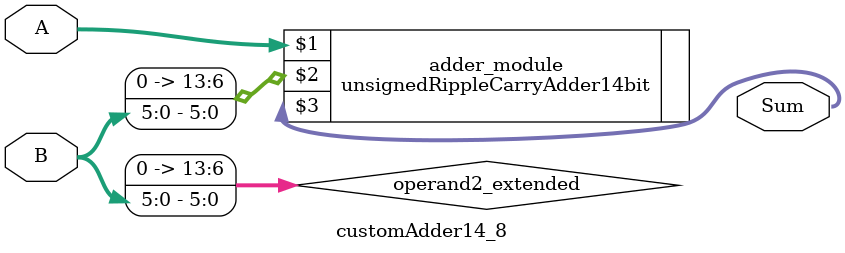
<source format=v>

module customAdder14_8(
                    input [13 : 0] A,
                    input [5 : 0] B,
                    
                    output [14 : 0] Sum
            );

    wire [13 : 0] operand2_extended;
    
    assign operand2_extended =  {8'b0, B};
    
    unsignedRippleCarryAdder14bit adder_module(
        A,
        operand2_extended,
        Sum
    );
    
endmodule
        
</source>
